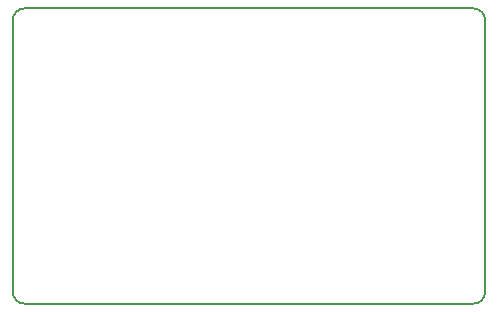
<source format=gm1>
G04 #@! TF.GenerationSoftware,KiCad,Pcbnew,(5.0.2)-1*
G04 #@! TF.CreationDate,2019-02-16T11:26:36+09:00*
G04 #@! TF.ProjectId,EEPROM,45455052-4f4d-42e6-9b69-6361645f7063,v1.0*
G04 #@! TF.SameCoordinates,Original*
G04 #@! TF.FileFunction,Profile,NP*
%FSLAX46Y46*%
G04 Gerber Fmt 4.6, Leading zero omitted, Abs format (unit mm)*
G04 Created by KiCad (PCBNEW (5.0.2)-1) date 2019/02/16 11:26:36*
%MOMM*%
%LPD*%
G01*
G04 APERTURE LIST*
%ADD10C,0.150000*%
G04 APERTURE END LIST*
D10*
X218000000Y-125000000D02*
X180000000Y-125000000D01*
X179000000Y-124000000D02*
G75*
G03X180000000Y-125000000I1000000J0D01*
G01*
X179000000Y-101000000D02*
X179000000Y-124000000D01*
X218000000Y-125000000D02*
G75*
G03X219000000Y-124000000I0J1000000D01*
G01*
X219000000Y-101000000D02*
X219000000Y-124000000D01*
X180000000Y-100000000D02*
G75*
G03X179000000Y-101000000I0J-1000000D01*
G01*
X219000000Y-101000000D02*
G75*
G03X218000000Y-100000000I-1000000J0D01*
G01*
X180000000Y-100000000D02*
X218000000Y-100000000D01*
M02*

</source>
